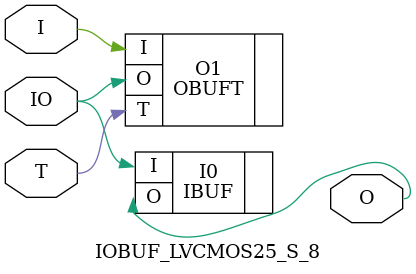
<source format=v>


`timescale  1 ps / 1 ps


module IOBUF_LVCMOS25_S_8 (O, IO, I, T);

    output O;

    inout  IO;

    input  I, T;

        OBUFT #(.IOSTANDARD("LVCMOS25"), .SLEW("SLOW"), .DRIVE(8)) O1 (.O(IO), .I(I), .T(T)); 
	IBUF #(.IOSTANDARD("LVCMOS25"))  I0 (.O(O), .I(IO));
        

endmodule



</source>
